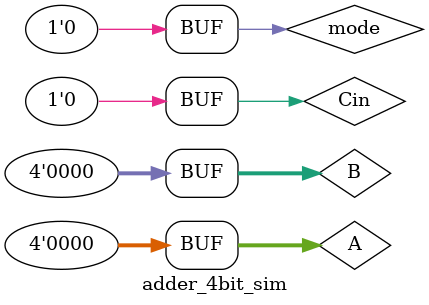
<source format=sv>
`timescale 1ns / 1ps


module adder_4bit_sim; //no ports to test module

    // declare inputs and outputs for your module
    // can be the same names as the ports of the module under test
    logic [3:0] A;
    logic [3:0] B;
    logic [3:0] S; 
    logic Cin,Cout;
    logic mode;
    
    //Instantiate your module undertest
    Adder_4bit my_adder (  .A(A), .B(B), .Cin(Cin), .S(S), .Cout(Cout), .mode(mode));

    //list your test cases
    initial 
    
        begin
        
        //saturation test cases 
        A = 4'b1111; B = 4'b0001; mode = 1; Cin = 0; //1111
        //if (S[3:0] != 4'b1110) $display("Error b0:%S[0] b1:%S[1] b2:%S[2] b3:%S[3] Cin:%Cin Cout:%Cout" , S[0], S[1], S[2], S[3], Cin, Cout);
        #10
        
        A = 4'b0001; B = 4'b0010; mode = 1; Cin = 0; //0011
        #10
        
        A = 4'b0111; B = 4'b0001; mode = 1; Cin = 0; //1000
        #10
        
        A = 4'b0111; B = 4'b1000; mode = 1; Cin = 0; //1111
        #10
        
        A = 4'b1010; B = 4'b0101; mode = 1; Cin = 0; //1111, no overflow
        #10
        
        A = 4'b0000; B = 4'b0000; mode = 1; Cin = 1; //0001
        #10
        
        A = 4'b0000; B = 4'b0000; mode = 1; Cin = 0; //0000
        #50
        
        //wrap around test cases
        A = 4'b1111; B = 4'b0001; mode = 0; Cin = 0; //0000
        #10
       
        A = 4'b0001; B = 4'b0010; mode = 0; Cin = 0; //0011
        #10
        
        A = 4'b0111; B = 4'b0001; mode = 0; Cin = 0; //1000
        #10
        
        A = 4'b0111; B = 4'b1000; mode = 0; Cin = 0; //1111
        #10
        
        A = 4'b1010; B = 4'b0101; mode = 0; Cin = 0; //1111, no overflow
        #10
        
        A = 4'b0000; B = 4'b0000; mode = 0; Cin = 1; //0001
        #10
        
        A = 4'b0000; B = 4'b0000; mode = 0; Cin = 0; //0000
        #10
        
//	// THIS MAY NOT BE CORRECT...!
//        A = 1111; B = 0001; mode = 0; Cin = 0;
//        #10

//        A = 0011; B = 0001; Cin = 0;
//        #10

       $display("Finished");  
      end                                 
    
endmodule


</source>
